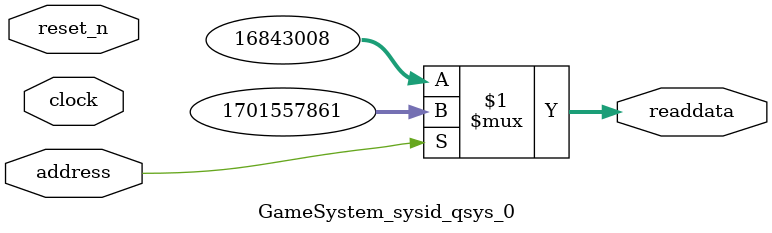
<source format=v>



// synthesis translate_off
`timescale 1ns / 1ps
// synthesis translate_on

// turn off superfluous verilog processor warnings 
// altera message_level Level1 
// altera message_off 10034 10035 10036 10037 10230 10240 10030 

module GameSystem_sysid_qsys_0 (
               // inputs:
                address,
                clock,
                reset_n,

               // outputs:
                readdata
             )
;

  output  [ 31: 0] readdata;
  input            address;
  input            clock;
  input            reset_n;

  wire    [ 31: 0] readdata;
  //control_slave, which is an e_avalon_slave
  assign readdata = address ? 1701557861 : 16843008;

endmodule



</source>
